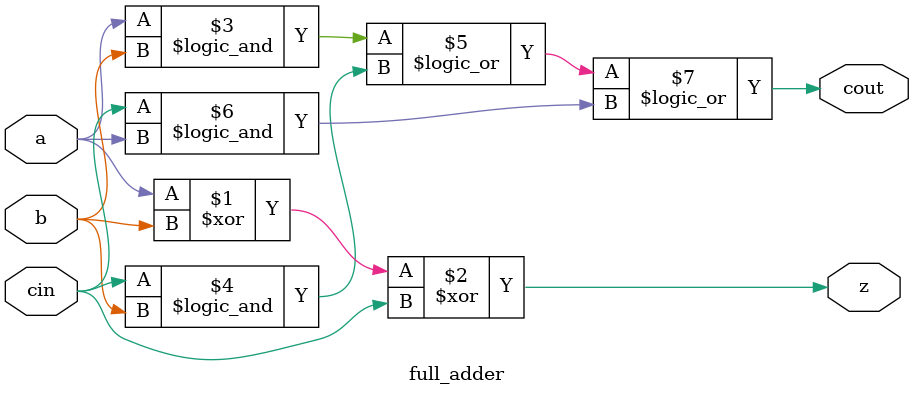
<source format=sv>
module full_adder (
    input  a,
    b,
    cin,
    output z,
    cout
);

  assign z = a ^ b ^ cin;
  assign cout = (a && b) || (cin && b) || (cin && a);
endmodule

</source>
